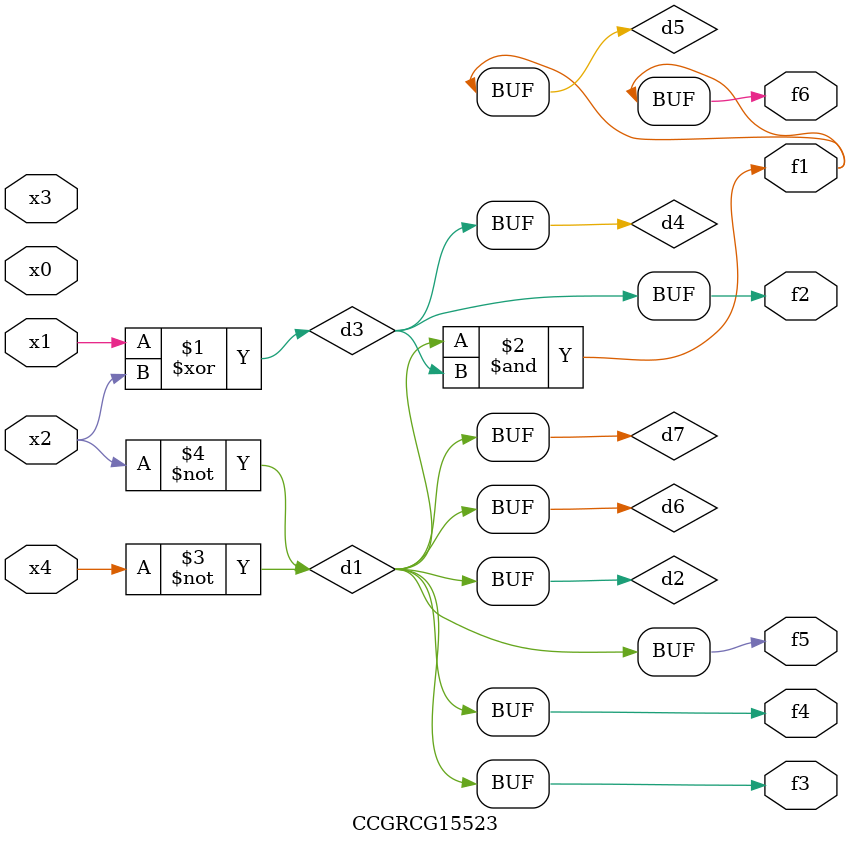
<source format=v>
module CCGRCG15523(
	input x0, x1, x2, x3, x4,
	output f1, f2, f3, f4, f5, f6
);

	wire d1, d2, d3, d4, d5, d6, d7;

	not (d1, x4);
	not (d2, x2);
	xor (d3, x1, x2);
	buf (d4, d3);
	and (d5, d1, d3);
	buf (d6, d1, d2);
	buf (d7, d2);
	assign f1 = d5;
	assign f2 = d4;
	assign f3 = d7;
	assign f4 = d7;
	assign f5 = d7;
	assign f6 = d5;
endmodule

</source>
